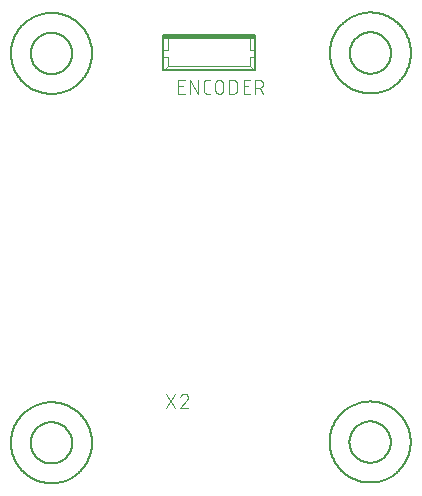
<source format=gbr>
G04 EAGLE Gerber X2 export*
%TF.Part,Single*%
%TF.FileFunction,Legend,Top,1*%
%TF.FilePolarity,Positive*%
%TF.GenerationSoftware,Autodesk,EAGLE,8.7.0*%
%TF.CreationDate,2018-04-17T07:11:35Z*%
G75*
%MOMM*%
%FSLAX34Y34*%
%LPD*%
%AMOC8*
5,1,8,0,0,1.08239X$1,22.5*%
G01*
%ADD10C,0.203200*%
%ADD11C,0.050800*%
%ADD12R,7.750000X0.375000*%
%ADD13C,0.101600*%
%ADD14C,0.152400*%


D10*
X432286Y415220D02*
X354286Y415220D01*
X354286Y385220D01*
X432286Y385220D01*
X432286Y415220D01*
D11*
X432036Y402720D02*
X428286Y402720D01*
X428286Y412720D01*
X358286Y402720D02*
X354536Y402720D01*
X358286Y402720D02*
X358286Y412720D01*
X428286Y396470D02*
X432036Y396470D01*
X358286Y396470D02*
X354536Y396470D01*
X428286Y396470D02*
X428286Y388970D01*
X358286Y388970D01*
X358286Y396470D01*
X358286Y388970D02*
X355786Y386470D01*
X428286Y388970D02*
X430786Y386470D01*
D12*
X393286Y413345D03*
D13*
X372668Y365448D02*
X367475Y365448D01*
X367475Y377132D01*
X372668Y377132D01*
X371370Y371939D02*
X367475Y371939D01*
X377358Y377132D02*
X377358Y365448D01*
X383849Y365448D02*
X377358Y377132D01*
X383849Y377132D02*
X383849Y365448D01*
X391733Y365448D02*
X394329Y365448D01*
X391733Y365448D02*
X391634Y365450D01*
X391534Y365456D01*
X391435Y365465D01*
X391337Y365478D01*
X391239Y365495D01*
X391141Y365516D01*
X391045Y365541D01*
X390950Y365569D01*
X390856Y365601D01*
X390763Y365636D01*
X390671Y365675D01*
X390581Y365718D01*
X390493Y365763D01*
X390406Y365813D01*
X390322Y365865D01*
X390239Y365921D01*
X390159Y365979D01*
X390081Y366041D01*
X390006Y366106D01*
X389933Y366174D01*
X389863Y366244D01*
X389795Y366317D01*
X389730Y366392D01*
X389668Y366470D01*
X389610Y366550D01*
X389554Y366633D01*
X389502Y366717D01*
X389452Y366804D01*
X389407Y366892D01*
X389364Y366982D01*
X389325Y367074D01*
X389290Y367167D01*
X389258Y367261D01*
X389230Y367356D01*
X389205Y367452D01*
X389184Y367550D01*
X389167Y367648D01*
X389154Y367746D01*
X389145Y367845D01*
X389139Y367945D01*
X389137Y368044D01*
X389136Y368044D02*
X389136Y374536D01*
X389137Y374536D02*
X389139Y374635D01*
X389145Y374735D01*
X389154Y374834D01*
X389167Y374932D01*
X389184Y375030D01*
X389205Y375128D01*
X389230Y375224D01*
X389258Y375319D01*
X389290Y375413D01*
X389325Y375506D01*
X389364Y375598D01*
X389407Y375688D01*
X389452Y375776D01*
X389502Y375863D01*
X389554Y375947D01*
X389610Y376030D01*
X389668Y376110D01*
X389730Y376188D01*
X389795Y376263D01*
X389863Y376336D01*
X389933Y376406D01*
X390006Y376474D01*
X390081Y376539D01*
X390159Y376601D01*
X390239Y376659D01*
X390322Y376715D01*
X390406Y376767D01*
X390493Y376817D01*
X390581Y376862D01*
X390671Y376905D01*
X390763Y376944D01*
X390855Y376979D01*
X390950Y377011D01*
X391045Y377039D01*
X391141Y377064D01*
X391239Y377085D01*
X391337Y377102D01*
X391435Y377115D01*
X391534Y377124D01*
X391634Y377130D01*
X391733Y377132D01*
X394329Y377132D01*
X398694Y373886D02*
X398694Y368694D01*
X398694Y373886D02*
X398696Y373999D01*
X398702Y374112D01*
X398712Y374225D01*
X398726Y374338D01*
X398743Y374450D01*
X398765Y374561D01*
X398790Y374671D01*
X398820Y374781D01*
X398853Y374889D01*
X398890Y374996D01*
X398930Y375102D01*
X398975Y375206D01*
X399023Y375309D01*
X399074Y375410D01*
X399129Y375509D01*
X399187Y375606D01*
X399249Y375701D01*
X399314Y375794D01*
X399382Y375884D01*
X399453Y375972D01*
X399528Y376058D01*
X399605Y376141D01*
X399685Y376221D01*
X399768Y376298D01*
X399854Y376373D01*
X399942Y376444D01*
X400032Y376512D01*
X400125Y376577D01*
X400220Y376639D01*
X400317Y376697D01*
X400416Y376752D01*
X400517Y376803D01*
X400620Y376851D01*
X400724Y376896D01*
X400830Y376936D01*
X400937Y376973D01*
X401045Y377006D01*
X401155Y377036D01*
X401265Y377061D01*
X401376Y377083D01*
X401488Y377100D01*
X401601Y377114D01*
X401714Y377124D01*
X401827Y377130D01*
X401940Y377132D01*
X402053Y377130D01*
X402166Y377124D01*
X402279Y377114D01*
X402392Y377100D01*
X402504Y377083D01*
X402615Y377061D01*
X402725Y377036D01*
X402835Y377006D01*
X402943Y376973D01*
X403050Y376936D01*
X403156Y376896D01*
X403260Y376851D01*
X403363Y376803D01*
X403464Y376752D01*
X403563Y376697D01*
X403660Y376639D01*
X403755Y376577D01*
X403848Y376512D01*
X403938Y376444D01*
X404026Y376373D01*
X404112Y376298D01*
X404195Y376221D01*
X404275Y376141D01*
X404352Y376058D01*
X404427Y375972D01*
X404498Y375884D01*
X404566Y375794D01*
X404631Y375701D01*
X404693Y375606D01*
X404751Y375509D01*
X404806Y375410D01*
X404857Y375309D01*
X404905Y375206D01*
X404950Y375102D01*
X404990Y374996D01*
X405027Y374889D01*
X405060Y374781D01*
X405090Y374671D01*
X405115Y374561D01*
X405137Y374450D01*
X405154Y374338D01*
X405168Y374225D01*
X405178Y374112D01*
X405184Y373999D01*
X405186Y373886D01*
X405185Y373886D02*
X405185Y368694D01*
X405186Y368694D02*
X405184Y368581D01*
X405178Y368468D01*
X405168Y368355D01*
X405154Y368242D01*
X405137Y368130D01*
X405115Y368019D01*
X405090Y367909D01*
X405060Y367799D01*
X405027Y367691D01*
X404990Y367584D01*
X404950Y367478D01*
X404905Y367374D01*
X404857Y367271D01*
X404806Y367170D01*
X404751Y367071D01*
X404693Y366974D01*
X404631Y366879D01*
X404566Y366786D01*
X404498Y366696D01*
X404427Y366608D01*
X404352Y366522D01*
X404275Y366439D01*
X404195Y366359D01*
X404112Y366282D01*
X404026Y366207D01*
X403938Y366136D01*
X403848Y366068D01*
X403755Y366003D01*
X403660Y365941D01*
X403563Y365883D01*
X403464Y365828D01*
X403363Y365777D01*
X403260Y365729D01*
X403156Y365684D01*
X403050Y365644D01*
X402943Y365607D01*
X402835Y365574D01*
X402725Y365544D01*
X402615Y365519D01*
X402504Y365497D01*
X402392Y365480D01*
X402279Y365466D01*
X402166Y365456D01*
X402053Y365450D01*
X401940Y365448D01*
X401827Y365450D01*
X401714Y365456D01*
X401601Y365466D01*
X401488Y365480D01*
X401376Y365497D01*
X401265Y365519D01*
X401155Y365544D01*
X401045Y365574D01*
X400937Y365607D01*
X400830Y365644D01*
X400724Y365684D01*
X400620Y365729D01*
X400517Y365777D01*
X400416Y365828D01*
X400317Y365883D01*
X400220Y365941D01*
X400125Y366003D01*
X400032Y366068D01*
X399942Y366136D01*
X399854Y366207D01*
X399768Y366282D01*
X399685Y366359D01*
X399605Y366439D01*
X399528Y366522D01*
X399453Y366608D01*
X399382Y366696D01*
X399314Y366786D01*
X399249Y366879D01*
X399187Y366974D01*
X399129Y367071D01*
X399074Y367170D01*
X399023Y367271D01*
X398975Y367374D01*
X398930Y367478D01*
X398890Y367584D01*
X398853Y367691D01*
X398820Y367799D01*
X398790Y367909D01*
X398765Y368019D01*
X398743Y368130D01*
X398726Y368242D01*
X398712Y368355D01*
X398702Y368468D01*
X398696Y368581D01*
X398694Y368694D01*
X410505Y365448D02*
X410505Y377132D01*
X413751Y377132D01*
X413864Y377130D01*
X413977Y377124D01*
X414090Y377114D01*
X414203Y377100D01*
X414315Y377083D01*
X414426Y377061D01*
X414536Y377036D01*
X414646Y377006D01*
X414754Y376973D01*
X414861Y376936D01*
X414967Y376896D01*
X415071Y376851D01*
X415174Y376803D01*
X415275Y376752D01*
X415374Y376697D01*
X415471Y376639D01*
X415566Y376577D01*
X415659Y376512D01*
X415749Y376444D01*
X415837Y376373D01*
X415923Y376298D01*
X416006Y376221D01*
X416086Y376141D01*
X416163Y376058D01*
X416238Y375972D01*
X416309Y375884D01*
X416377Y375794D01*
X416442Y375701D01*
X416504Y375606D01*
X416562Y375509D01*
X416617Y375410D01*
X416668Y375309D01*
X416716Y375206D01*
X416761Y375102D01*
X416801Y374996D01*
X416838Y374889D01*
X416871Y374781D01*
X416901Y374671D01*
X416926Y374561D01*
X416948Y374450D01*
X416965Y374338D01*
X416979Y374225D01*
X416989Y374112D01*
X416995Y373999D01*
X416997Y373886D01*
X416996Y373886D02*
X416996Y368694D01*
X416997Y368694D02*
X416995Y368581D01*
X416989Y368468D01*
X416979Y368355D01*
X416965Y368242D01*
X416948Y368130D01*
X416926Y368019D01*
X416901Y367909D01*
X416871Y367799D01*
X416838Y367691D01*
X416801Y367584D01*
X416761Y367478D01*
X416716Y367374D01*
X416668Y367271D01*
X416617Y367170D01*
X416562Y367071D01*
X416504Y366974D01*
X416442Y366879D01*
X416377Y366786D01*
X416309Y366696D01*
X416238Y366608D01*
X416163Y366522D01*
X416086Y366439D01*
X416006Y366359D01*
X415923Y366282D01*
X415837Y366207D01*
X415749Y366136D01*
X415659Y366068D01*
X415566Y366003D01*
X415471Y365941D01*
X415374Y365883D01*
X415275Y365828D01*
X415174Y365777D01*
X415071Y365729D01*
X414967Y365684D01*
X414861Y365644D01*
X414754Y365607D01*
X414646Y365574D01*
X414536Y365544D01*
X414426Y365519D01*
X414315Y365497D01*
X414203Y365480D01*
X414090Y365466D01*
X413977Y365456D01*
X413864Y365450D01*
X413751Y365448D01*
X410505Y365448D01*
X422720Y365448D02*
X427913Y365448D01*
X422720Y365448D02*
X422720Y377132D01*
X427913Y377132D01*
X426615Y371939D02*
X422720Y371939D01*
X432677Y377132D02*
X432677Y365448D01*
X432677Y377132D02*
X435922Y377132D01*
X436035Y377130D01*
X436148Y377124D01*
X436261Y377114D01*
X436374Y377100D01*
X436486Y377083D01*
X436597Y377061D01*
X436707Y377036D01*
X436817Y377006D01*
X436925Y376973D01*
X437032Y376936D01*
X437138Y376896D01*
X437242Y376851D01*
X437345Y376803D01*
X437446Y376752D01*
X437545Y376697D01*
X437642Y376639D01*
X437737Y376577D01*
X437830Y376512D01*
X437920Y376444D01*
X438008Y376373D01*
X438094Y376298D01*
X438177Y376221D01*
X438257Y376141D01*
X438334Y376058D01*
X438409Y375972D01*
X438480Y375884D01*
X438548Y375794D01*
X438613Y375701D01*
X438675Y375606D01*
X438733Y375509D01*
X438788Y375410D01*
X438839Y375309D01*
X438887Y375206D01*
X438932Y375102D01*
X438972Y374996D01*
X439009Y374889D01*
X439042Y374781D01*
X439072Y374671D01*
X439097Y374561D01*
X439119Y374450D01*
X439136Y374338D01*
X439150Y374225D01*
X439160Y374112D01*
X439166Y373999D01*
X439168Y373886D01*
X439166Y373773D01*
X439160Y373660D01*
X439150Y373547D01*
X439136Y373434D01*
X439119Y373322D01*
X439097Y373211D01*
X439072Y373101D01*
X439042Y372991D01*
X439009Y372883D01*
X438972Y372776D01*
X438932Y372670D01*
X438887Y372566D01*
X438839Y372463D01*
X438788Y372362D01*
X438733Y372263D01*
X438675Y372166D01*
X438613Y372071D01*
X438548Y371978D01*
X438480Y371888D01*
X438409Y371800D01*
X438334Y371714D01*
X438257Y371631D01*
X438177Y371551D01*
X438094Y371474D01*
X438008Y371399D01*
X437920Y371328D01*
X437830Y371260D01*
X437737Y371195D01*
X437642Y371133D01*
X437545Y371075D01*
X437446Y371020D01*
X437345Y370969D01*
X437242Y370921D01*
X437138Y370876D01*
X437032Y370836D01*
X436925Y370799D01*
X436817Y370766D01*
X436707Y370736D01*
X436597Y370711D01*
X436486Y370689D01*
X436374Y370672D01*
X436261Y370658D01*
X436148Y370648D01*
X436035Y370642D01*
X435922Y370640D01*
X435922Y370641D02*
X432677Y370641D01*
X436572Y370641D02*
X439168Y365448D01*
X364801Y111422D02*
X357012Y99738D01*
X364801Y99738D02*
X357012Y111422D01*
X372661Y111422D02*
X372768Y111420D01*
X372874Y111414D01*
X372980Y111404D01*
X373086Y111391D01*
X373192Y111373D01*
X373296Y111352D01*
X373400Y111327D01*
X373503Y111298D01*
X373604Y111266D01*
X373704Y111229D01*
X373803Y111189D01*
X373901Y111146D01*
X373997Y111099D01*
X374091Y111048D01*
X374183Y110994D01*
X374273Y110937D01*
X374361Y110877D01*
X374446Y110813D01*
X374529Y110746D01*
X374610Y110676D01*
X374688Y110604D01*
X374764Y110528D01*
X374836Y110450D01*
X374906Y110369D01*
X374973Y110286D01*
X375037Y110201D01*
X375097Y110113D01*
X375154Y110023D01*
X375208Y109931D01*
X375259Y109837D01*
X375306Y109741D01*
X375349Y109643D01*
X375389Y109544D01*
X375426Y109444D01*
X375458Y109343D01*
X375487Y109240D01*
X375512Y109136D01*
X375533Y109032D01*
X375551Y108926D01*
X375564Y108820D01*
X375574Y108714D01*
X375580Y108608D01*
X375582Y108501D01*
X372661Y111422D02*
X372540Y111420D01*
X372419Y111414D01*
X372299Y111404D01*
X372178Y111391D01*
X372059Y111373D01*
X371939Y111352D01*
X371821Y111327D01*
X371704Y111298D01*
X371587Y111265D01*
X371472Y111229D01*
X371358Y111188D01*
X371245Y111145D01*
X371133Y111097D01*
X371024Y111046D01*
X370916Y110991D01*
X370809Y110933D01*
X370705Y110872D01*
X370603Y110807D01*
X370503Y110739D01*
X370405Y110668D01*
X370309Y110594D01*
X370216Y110517D01*
X370126Y110436D01*
X370038Y110353D01*
X369953Y110267D01*
X369870Y110178D01*
X369791Y110087D01*
X369714Y109993D01*
X369641Y109897D01*
X369571Y109799D01*
X369504Y109698D01*
X369440Y109595D01*
X369380Y109490D01*
X369323Y109383D01*
X369269Y109275D01*
X369219Y109165D01*
X369173Y109053D01*
X369130Y108940D01*
X369091Y108825D01*
X374609Y106229D02*
X374688Y106306D01*
X374764Y106387D01*
X374837Y106470D01*
X374907Y106555D01*
X374974Y106643D01*
X375038Y106733D01*
X375098Y106825D01*
X375155Y106920D01*
X375209Y107016D01*
X375260Y107114D01*
X375307Y107214D01*
X375351Y107316D01*
X375391Y107419D01*
X375427Y107523D01*
X375459Y107629D01*
X375488Y107735D01*
X375513Y107843D01*
X375535Y107951D01*
X375552Y108061D01*
X375566Y108170D01*
X375575Y108280D01*
X375581Y108391D01*
X375583Y108501D01*
X374608Y106229D02*
X369091Y99738D01*
X375582Y99738D01*
D14*
X495776Y400060D02*
X495786Y400902D01*
X495817Y401743D01*
X495869Y402583D01*
X495941Y403421D01*
X496034Y404257D01*
X496147Y405091D01*
X496281Y405922D01*
X496435Y406750D01*
X496609Y407573D01*
X496804Y408392D01*
X497018Y409206D01*
X497253Y410014D01*
X497507Y410816D01*
X497780Y411612D01*
X498074Y412401D01*
X498386Y413182D01*
X498718Y413956D01*
X499068Y414721D01*
X499437Y415477D01*
X499825Y416224D01*
X500231Y416961D01*
X500654Y417689D01*
X501096Y418405D01*
X501555Y419111D01*
X502031Y419804D01*
X502524Y420487D01*
X503034Y421156D01*
X503559Y421813D01*
X504101Y422457D01*
X504659Y423088D01*
X505232Y423704D01*
X505819Y424307D01*
X506422Y424894D01*
X507038Y425467D01*
X507669Y426025D01*
X508313Y426567D01*
X508970Y427092D01*
X509639Y427602D01*
X510322Y428095D01*
X511015Y428571D01*
X511721Y429030D01*
X512437Y429472D01*
X513165Y429895D01*
X513902Y430301D01*
X514649Y430689D01*
X515405Y431058D01*
X516170Y431408D01*
X516944Y431740D01*
X517725Y432052D01*
X518514Y432346D01*
X519310Y432619D01*
X520112Y432873D01*
X520920Y433108D01*
X521734Y433322D01*
X522553Y433517D01*
X523376Y433691D01*
X524204Y433845D01*
X525035Y433979D01*
X525869Y434092D01*
X526705Y434185D01*
X527543Y434257D01*
X528383Y434309D01*
X529224Y434340D01*
X530066Y434350D01*
X530908Y434340D01*
X531749Y434309D01*
X532589Y434257D01*
X533427Y434185D01*
X534263Y434092D01*
X535097Y433979D01*
X535928Y433845D01*
X536756Y433691D01*
X537579Y433517D01*
X538398Y433322D01*
X539212Y433108D01*
X540020Y432873D01*
X540822Y432619D01*
X541618Y432346D01*
X542407Y432052D01*
X543188Y431740D01*
X543962Y431408D01*
X544727Y431058D01*
X545483Y430689D01*
X546230Y430301D01*
X546967Y429895D01*
X547695Y429472D01*
X548411Y429030D01*
X549117Y428571D01*
X549810Y428095D01*
X550493Y427602D01*
X551162Y427092D01*
X551819Y426567D01*
X552463Y426025D01*
X553094Y425467D01*
X553710Y424894D01*
X554313Y424307D01*
X554900Y423704D01*
X555473Y423088D01*
X556031Y422457D01*
X556573Y421813D01*
X557098Y421156D01*
X557608Y420487D01*
X558101Y419804D01*
X558577Y419111D01*
X559036Y418405D01*
X559478Y417689D01*
X559901Y416961D01*
X560307Y416224D01*
X560695Y415477D01*
X561064Y414721D01*
X561414Y413956D01*
X561746Y413182D01*
X562058Y412401D01*
X562352Y411612D01*
X562625Y410816D01*
X562879Y410014D01*
X563114Y409206D01*
X563328Y408392D01*
X563523Y407573D01*
X563697Y406750D01*
X563851Y405922D01*
X563985Y405091D01*
X564098Y404257D01*
X564191Y403421D01*
X564263Y402583D01*
X564315Y401743D01*
X564346Y400902D01*
X564356Y400060D01*
X564346Y399218D01*
X564315Y398377D01*
X564263Y397537D01*
X564191Y396699D01*
X564098Y395863D01*
X563985Y395029D01*
X563851Y394198D01*
X563697Y393370D01*
X563523Y392547D01*
X563328Y391728D01*
X563114Y390914D01*
X562879Y390106D01*
X562625Y389304D01*
X562352Y388508D01*
X562058Y387719D01*
X561746Y386938D01*
X561414Y386164D01*
X561064Y385399D01*
X560695Y384643D01*
X560307Y383896D01*
X559901Y383159D01*
X559478Y382431D01*
X559036Y381715D01*
X558577Y381009D01*
X558101Y380316D01*
X557608Y379633D01*
X557098Y378964D01*
X556573Y378307D01*
X556031Y377663D01*
X555473Y377032D01*
X554900Y376416D01*
X554313Y375813D01*
X553710Y375226D01*
X553094Y374653D01*
X552463Y374095D01*
X551819Y373553D01*
X551162Y373028D01*
X550493Y372518D01*
X549810Y372025D01*
X549117Y371549D01*
X548411Y371090D01*
X547695Y370648D01*
X546967Y370225D01*
X546230Y369819D01*
X545483Y369431D01*
X544727Y369062D01*
X543962Y368712D01*
X543188Y368380D01*
X542407Y368068D01*
X541618Y367774D01*
X540822Y367501D01*
X540020Y367247D01*
X539212Y367012D01*
X538398Y366798D01*
X537579Y366603D01*
X536756Y366429D01*
X535928Y366275D01*
X535097Y366141D01*
X534263Y366028D01*
X533427Y365935D01*
X532589Y365863D01*
X531749Y365811D01*
X530908Y365780D01*
X530066Y365770D01*
X529224Y365780D01*
X528383Y365811D01*
X527543Y365863D01*
X526705Y365935D01*
X525869Y366028D01*
X525035Y366141D01*
X524204Y366275D01*
X523376Y366429D01*
X522553Y366603D01*
X521734Y366798D01*
X520920Y367012D01*
X520112Y367247D01*
X519310Y367501D01*
X518514Y367774D01*
X517725Y368068D01*
X516944Y368380D01*
X516170Y368712D01*
X515405Y369062D01*
X514649Y369431D01*
X513902Y369819D01*
X513165Y370225D01*
X512437Y370648D01*
X511721Y371090D01*
X511015Y371549D01*
X510322Y372025D01*
X509639Y372518D01*
X508970Y373028D01*
X508313Y373553D01*
X507669Y374095D01*
X507038Y374653D01*
X506422Y375226D01*
X505819Y375813D01*
X505232Y376416D01*
X504659Y377032D01*
X504101Y377663D01*
X503559Y378307D01*
X503034Y378964D01*
X502524Y379633D01*
X502031Y380316D01*
X501555Y381009D01*
X501096Y381715D01*
X500654Y382431D01*
X500231Y383159D01*
X499825Y383896D01*
X499437Y384643D01*
X499068Y385399D01*
X498718Y386164D01*
X498386Y386938D01*
X498074Y387719D01*
X497780Y388508D01*
X497507Y389304D01*
X497253Y390106D01*
X497018Y390914D01*
X496804Y391728D01*
X496609Y392547D01*
X496435Y393370D01*
X496281Y394198D01*
X496147Y395029D01*
X496034Y395863D01*
X495941Y396699D01*
X495869Y397537D01*
X495817Y398377D01*
X495786Y399218D01*
X495776Y400060D01*
D10*
X512566Y400060D02*
X512571Y400489D01*
X512587Y400919D01*
X512613Y401347D01*
X512650Y401775D01*
X512698Y402202D01*
X512755Y402628D01*
X512824Y403052D01*
X512902Y403474D01*
X512991Y403894D01*
X513090Y404312D01*
X513200Y404727D01*
X513320Y405140D01*
X513449Y405549D01*
X513589Y405956D01*
X513739Y406358D01*
X513898Y406757D01*
X514067Y407152D01*
X514246Y407542D01*
X514435Y407928D01*
X514632Y408309D01*
X514839Y408686D01*
X515056Y409057D01*
X515281Y409422D01*
X515515Y409782D01*
X515758Y410137D01*
X516010Y410485D01*
X516270Y410827D01*
X516538Y411162D01*
X516815Y411491D01*
X517099Y411812D01*
X517392Y412127D01*
X517692Y412434D01*
X517999Y412734D01*
X518314Y413027D01*
X518635Y413311D01*
X518964Y413588D01*
X519299Y413856D01*
X519641Y414116D01*
X519989Y414368D01*
X520344Y414611D01*
X520704Y414845D01*
X521069Y415070D01*
X521440Y415287D01*
X521817Y415494D01*
X522198Y415691D01*
X522584Y415880D01*
X522974Y416059D01*
X523369Y416228D01*
X523768Y416387D01*
X524170Y416537D01*
X524577Y416677D01*
X524986Y416806D01*
X525399Y416926D01*
X525814Y417036D01*
X526232Y417135D01*
X526652Y417224D01*
X527074Y417302D01*
X527498Y417371D01*
X527924Y417428D01*
X528351Y417476D01*
X528779Y417513D01*
X529207Y417539D01*
X529637Y417555D01*
X530066Y417560D01*
X530495Y417555D01*
X530925Y417539D01*
X531353Y417513D01*
X531781Y417476D01*
X532208Y417428D01*
X532634Y417371D01*
X533058Y417302D01*
X533480Y417224D01*
X533900Y417135D01*
X534318Y417036D01*
X534733Y416926D01*
X535146Y416806D01*
X535555Y416677D01*
X535962Y416537D01*
X536364Y416387D01*
X536763Y416228D01*
X537158Y416059D01*
X537548Y415880D01*
X537934Y415691D01*
X538315Y415494D01*
X538692Y415287D01*
X539063Y415070D01*
X539428Y414845D01*
X539788Y414611D01*
X540143Y414368D01*
X540491Y414116D01*
X540833Y413856D01*
X541168Y413588D01*
X541497Y413311D01*
X541818Y413027D01*
X542133Y412734D01*
X542440Y412434D01*
X542740Y412127D01*
X543033Y411812D01*
X543317Y411491D01*
X543594Y411162D01*
X543862Y410827D01*
X544122Y410485D01*
X544374Y410137D01*
X544617Y409782D01*
X544851Y409422D01*
X545076Y409057D01*
X545293Y408686D01*
X545500Y408309D01*
X545697Y407928D01*
X545886Y407542D01*
X546065Y407152D01*
X546234Y406757D01*
X546393Y406358D01*
X546543Y405956D01*
X546683Y405549D01*
X546812Y405140D01*
X546932Y404727D01*
X547042Y404312D01*
X547141Y403894D01*
X547230Y403474D01*
X547308Y403052D01*
X547377Y402628D01*
X547434Y402202D01*
X547482Y401775D01*
X547519Y401347D01*
X547545Y400919D01*
X547561Y400489D01*
X547566Y400060D01*
X547561Y399631D01*
X547545Y399201D01*
X547519Y398773D01*
X547482Y398345D01*
X547434Y397918D01*
X547377Y397492D01*
X547308Y397068D01*
X547230Y396646D01*
X547141Y396226D01*
X547042Y395808D01*
X546932Y395393D01*
X546812Y394980D01*
X546683Y394571D01*
X546543Y394164D01*
X546393Y393762D01*
X546234Y393363D01*
X546065Y392968D01*
X545886Y392578D01*
X545697Y392192D01*
X545500Y391811D01*
X545293Y391434D01*
X545076Y391063D01*
X544851Y390698D01*
X544617Y390338D01*
X544374Y389983D01*
X544122Y389635D01*
X543862Y389293D01*
X543594Y388958D01*
X543317Y388629D01*
X543033Y388308D01*
X542740Y387993D01*
X542440Y387686D01*
X542133Y387386D01*
X541818Y387093D01*
X541497Y386809D01*
X541168Y386532D01*
X540833Y386264D01*
X540491Y386004D01*
X540143Y385752D01*
X539788Y385509D01*
X539428Y385275D01*
X539063Y385050D01*
X538692Y384833D01*
X538315Y384626D01*
X537934Y384429D01*
X537548Y384240D01*
X537158Y384061D01*
X536763Y383892D01*
X536364Y383733D01*
X535962Y383583D01*
X535555Y383443D01*
X535146Y383314D01*
X534733Y383194D01*
X534318Y383084D01*
X533900Y382985D01*
X533480Y382896D01*
X533058Y382818D01*
X532634Y382749D01*
X532208Y382692D01*
X531781Y382644D01*
X531353Y382607D01*
X530925Y382581D01*
X530495Y382565D01*
X530066Y382560D01*
X529637Y382565D01*
X529207Y382581D01*
X528779Y382607D01*
X528351Y382644D01*
X527924Y382692D01*
X527498Y382749D01*
X527074Y382818D01*
X526652Y382896D01*
X526232Y382985D01*
X525814Y383084D01*
X525399Y383194D01*
X524986Y383314D01*
X524577Y383443D01*
X524170Y383583D01*
X523768Y383733D01*
X523369Y383892D01*
X522974Y384061D01*
X522584Y384240D01*
X522198Y384429D01*
X521817Y384626D01*
X521440Y384833D01*
X521069Y385050D01*
X520704Y385275D01*
X520344Y385509D01*
X519989Y385752D01*
X519641Y386004D01*
X519299Y386264D01*
X518964Y386532D01*
X518635Y386809D01*
X518314Y387093D01*
X517999Y387386D01*
X517692Y387686D01*
X517392Y387993D01*
X517099Y388308D01*
X516815Y388629D01*
X516538Y388958D01*
X516270Y389293D01*
X516010Y389635D01*
X515758Y389983D01*
X515515Y390338D01*
X515281Y390698D01*
X515056Y391063D01*
X514839Y391434D01*
X514632Y391811D01*
X514435Y392192D01*
X514246Y392578D01*
X514067Y392968D01*
X513898Y393363D01*
X513739Y393762D01*
X513589Y394164D01*
X513449Y394571D01*
X513320Y394980D01*
X513200Y395393D01*
X513090Y395808D01*
X512991Y396226D01*
X512902Y396646D01*
X512824Y397068D01*
X512755Y397492D01*
X512698Y397918D01*
X512650Y398345D01*
X512613Y398773D01*
X512587Y399201D01*
X512571Y399631D01*
X512566Y400060D01*
D14*
X225716Y399712D02*
X225726Y400554D01*
X225757Y401395D01*
X225809Y402235D01*
X225881Y403073D01*
X225974Y403909D01*
X226087Y404743D01*
X226221Y405574D01*
X226375Y406402D01*
X226549Y407225D01*
X226744Y408044D01*
X226958Y408858D01*
X227193Y409666D01*
X227447Y410468D01*
X227720Y411264D01*
X228014Y412053D01*
X228326Y412834D01*
X228658Y413608D01*
X229008Y414373D01*
X229377Y415129D01*
X229765Y415876D01*
X230171Y416613D01*
X230594Y417341D01*
X231036Y418057D01*
X231495Y418763D01*
X231971Y419456D01*
X232464Y420139D01*
X232974Y420808D01*
X233499Y421465D01*
X234041Y422109D01*
X234599Y422740D01*
X235172Y423356D01*
X235759Y423959D01*
X236362Y424546D01*
X236978Y425119D01*
X237609Y425677D01*
X238253Y426219D01*
X238910Y426744D01*
X239579Y427254D01*
X240262Y427747D01*
X240955Y428223D01*
X241661Y428682D01*
X242377Y429124D01*
X243105Y429547D01*
X243842Y429953D01*
X244589Y430341D01*
X245345Y430710D01*
X246110Y431060D01*
X246884Y431392D01*
X247665Y431704D01*
X248454Y431998D01*
X249250Y432271D01*
X250052Y432525D01*
X250860Y432760D01*
X251674Y432974D01*
X252493Y433169D01*
X253316Y433343D01*
X254144Y433497D01*
X254975Y433631D01*
X255809Y433744D01*
X256645Y433837D01*
X257483Y433909D01*
X258323Y433961D01*
X259164Y433992D01*
X260006Y434002D01*
X260848Y433992D01*
X261689Y433961D01*
X262529Y433909D01*
X263367Y433837D01*
X264203Y433744D01*
X265037Y433631D01*
X265868Y433497D01*
X266696Y433343D01*
X267519Y433169D01*
X268338Y432974D01*
X269152Y432760D01*
X269960Y432525D01*
X270762Y432271D01*
X271558Y431998D01*
X272347Y431704D01*
X273128Y431392D01*
X273902Y431060D01*
X274667Y430710D01*
X275423Y430341D01*
X276170Y429953D01*
X276907Y429547D01*
X277635Y429124D01*
X278351Y428682D01*
X279057Y428223D01*
X279750Y427747D01*
X280433Y427254D01*
X281102Y426744D01*
X281759Y426219D01*
X282403Y425677D01*
X283034Y425119D01*
X283650Y424546D01*
X284253Y423959D01*
X284840Y423356D01*
X285413Y422740D01*
X285971Y422109D01*
X286513Y421465D01*
X287038Y420808D01*
X287548Y420139D01*
X288041Y419456D01*
X288517Y418763D01*
X288976Y418057D01*
X289418Y417341D01*
X289841Y416613D01*
X290247Y415876D01*
X290635Y415129D01*
X291004Y414373D01*
X291354Y413608D01*
X291686Y412834D01*
X291998Y412053D01*
X292292Y411264D01*
X292565Y410468D01*
X292819Y409666D01*
X293054Y408858D01*
X293268Y408044D01*
X293463Y407225D01*
X293637Y406402D01*
X293791Y405574D01*
X293925Y404743D01*
X294038Y403909D01*
X294131Y403073D01*
X294203Y402235D01*
X294255Y401395D01*
X294286Y400554D01*
X294296Y399712D01*
X294286Y398870D01*
X294255Y398029D01*
X294203Y397189D01*
X294131Y396351D01*
X294038Y395515D01*
X293925Y394681D01*
X293791Y393850D01*
X293637Y393022D01*
X293463Y392199D01*
X293268Y391380D01*
X293054Y390566D01*
X292819Y389758D01*
X292565Y388956D01*
X292292Y388160D01*
X291998Y387371D01*
X291686Y386590D01*
X291354Y385816D01*
X291004Y385051D01*
X290635Y384295D01*
X290247Y383548D01*
X289841Y382811D01*
X289418Y382083D01*
X288976Y381367D01*
X288517Y380661D01*
X288041Y379968D01*
X287548Y379285D01*
X287038Y378616D01*
X286513Y377959D01*
X285971Y377315D01*
X285413Y376684D01*
X284840Y376068D01*
X284253Y375465D01*
X283650Y374878D01*
X283034Y374305D01*
X282403Y373747D01*
X281759Y373205D01*
X281102Y372680D01*
X280433Y372170D01*
X279750Y371677D01*
X279057Y371201D01*
X278351Y370742D01*
X277635Y370300D01*
X276907Y369877D01*
X276170Y369471D01*
X275423Y369083D01*
X274667Y368714D01*
X273902Y368364D01*
X273128Y368032D01*
X272347Y367720D01*
X271558Y367426D01*
X270762Y367153D01*
X269960Y366899D01*
X269152Y366664D01*
X268338Y366450D01*
X267519Y366255D01*
X266696Y366081D01*
X265868Y365927D01*
X265037Y365793D01*
X264203Y365680D01*
X263367Y365587D01*
X262529Y365515D01*
X261689Y365463D01*
X260848Y365432D01*
X260006Y365422D01*
X259164Y365432D01*
X258323Y365463D01*
X257483Y365515D01*
X256645Y365587D01*
X255809Y365680D01*
X254975Y365793D01*
X254144Y365927D01*
X253316Y366081D01*
X252493Y366255D01*
X251674Y366450D01*
X250860Y366664D01*
X250052Y366899D01*
X249250Y367153D01*
X248454Y367426D01*
X247665Y367720D01*
X246884Y368032D01*
X246110Y368364D01*
X245345Y368714D01*
X244589Y369083D01*
X243842Y369471D01*
X243105Y369877D01*
X242377Y370300D01*
X241661Y370742D01*
X240955Y371201D01*
X240262Y371677D01*
X239579Y372170D01*
X238910Y372680D01*
X238253Y373205D01*
X237609Y373747D01*
X236978Y374305D01*
X236362Y374878D01*
X235759Y375465D01*
X235172Y376068D01*
X234599Y376684D01*
X234041Y377315D01*
X233499Y377959D01*
X232974Y378616D01*
X232464Y379285D01*
X231971Y379968D01*
X231495Y380661D01*
X231036Y381367D01*
X230594Y382083D01*
X230171Y382811D01*
X229765Y383548D01*
X229377Y384295D01*
X229008Y385051D01*
X228658Y385816D01*
X228326Y386590D01*
X228014Y387371D01*
X227720Y388160D01*
X227447Y388956D01*
X227193Y389758D01*
X226958Y390566D01*
X226744Y391380D01*
X226549Y392199D01*
X226375Y393022D01*
X226221Y393850D01*
X226087Y394681D01*
X225974Y395515D01*
X225881Y396351D01*
X225809Y397189D01*
X225757Y398029D01*
X225726Y398870D01*
X225716Y399712D01*
D10*
X242506Y399712D02*
X242511Y400141D01*
X242527Y400571D01*
X242553Y400999D01*
X242590Y401427D01*
X242638Y401854D01*
X242695Y402280D01*
X242764Y402704D01*
X242842Y403126D01*
X242931Y403546D01*
X243030Y403964D01*
X243140Y404379D01*
X243260Y404792D01*
X243389Y405201D01*
X243529Y405608D01*
X243679Y406010D01*
X243838Y406409D01*
X244007Y406804D01*
X244186Y407194D01*
X244375Y407580D01*
X244572Y407961D01*
X244779Y408338D01*
X244996Y408709D01*
X245221Y409074D01*
X245455Y409434D01*
X245698Y409789D01*
X245950Y410137D01*
X246210Y410479D01*
X246478Y410814D01*
X246755Y411143D01*
X247039Y411464D01*
X247332Y411779D01*
X247632Y412086D01*
X247939Y412386D01*
X248254Y412679D01*
X248575Y412963D01*
X248904Y413240D01*
X249239Y413508D01*
X249581Y413768D01*
X249929Y414020D01*
X250284Y414263D01*
X250644Y414497D01*
X251009Y414722D01*
X251380Y414939D01*
X251757Y415146D01*
X252138Y415343D01*
X252524Y415532D01*
X252914Y415711D01*
X253309Y415880D01*
X253708Y416039D01*
X254110Y416189D01*
X254517Y416329D01*
X254926Y416458D01*
X255339Y416578D01*
X255754Y416688D01*
X256172Y416787D01*
X256592Y416876D01*
X257014Y416954D01*
X257438Y417023D01*
X257864Y417080D01*
X258291Y417128D01*
X258719Y417165D01*
X259147Y417191D01*
X259577Y417207D01*
X260006Y417212D01*
X260435Y417207D01*
X260865Y417191D01*
X261293Y417165D01*
X261721Y417128D01*
X262148Y417080D01*
X262574Y417023D01*
X262998Y416954D01*
X263420Y416876D01*
X263840Y416787D01*
X264258Y416688D01*
X264673Y416578D01*
X265086Y416458D01*
X265495Y416329D01*
X265902Y416189D01*
X266304Y416039D01*
X266703Y415880D01*
X267098Y415711D01*
X267488Y415532D01*
X267874Y415343D01*
X268255Y415146D01*
X268632Y414939D01*
X269003Y414722D01*
X269368Y414497D01*
X269728Y414263D01*
X270083Y414020D01*
X270431Y413768D01*
X270773Y413508D01*
X271108Y413240D01*
X271437Y412963D01*
X271758Y412679D01*
X272073Y412386D01*
X272380Y412086D01*
X272680Y411779D01*
X272973Y411464D01*
X273257Y411143D01*
X273534Y410814D01*
X273802Y410479D01*
X274062Y410137D01*
X274314Y409789D01*
X274557Y409434D01*
X274791Y409074D01*
X275016Y408709D01*
X275233Y408338D01*
X275440Y407961D01*
X275637Y407580D01*
X275826Y407194D01*
X276005Y406804D01*
X276174Y406409D01*
X276333Y406010D01*
X276483Y405608D01*
X276623Y405201D01*
X276752Y404792D01*
X276872Y404379D01*
X276982Y403964D01*
X277081Y403546D01*
X277170Y403126D01*
X277248Y402704D01*
X277317Y402280D01*
X277374Y401854D01*
X277422Y401427D01*
X277459Y400999D01*
X277485Y400571D01*
X277501Y400141D01*
X277506Y399712D01*
X277501Y399283D01*
X277485Y398853D01*
X277459Y398425D01*
X277422Y397997D01*
X277374Y397570D01*
X277317Y397144D01*
X277248Y396720D01*
X277170Y396298D01*
X277081Y395878D01*
X276982Y395460D01*
X276872Y395045D01*
X276752Y394632D01*
X276623Y394223D01*
X276483Y393816D01*
X276333Y393414D01*
X276174Y393015D01*
X276005Y392620D01*
X275826Y392230D01*
X275637Y391844D01*
X275440Y391463D01*
X275233Y391086D01*
X275016Y390715D01*
X274791Y390350D01*
X274557Y389990D01*
X274314Y389635D01*
X274062Y389287D01*
X273802Y388945D01*
X273534Y388610D01*
X273257Y388281D01*
X272973Y387960D01*
X272680Y387645D01*
X272380Y387338D01*
X272073Y387038D01*
X271758Y386745D01*
X271437Y386461D01*
X271108Y386184D01*
X270773Y385916D01*
X270431Y385656D01*
X270083Y385404D01*
X269728Y385161D01*
X269368Y384927D01*
X269003Y384702D01*
X268632Y384485D01*
X268255Y384278D01*
X267874Y384081D01*
X267488Y383892D01*
X267098Y383713D01*
X266703Y383544D01*
X266304Y383385D01*
X265902Y383235D01*
X265495Y383095D01*
X265086Y382966D01*
X264673Y382846D01*
X264258Y382736D01*
X263840Y382637D01*
X263420Y382548D01*
X262998Y382470D01*
X262574Y382401D01*
X262148Y382344D01*
X261721Y382296D01*
X261293Y382259D01*
X260865Y382233D01*
X260435Y382217D01*
X260006Y382212D01*
X259577Y382217D01*
X259147Y382233D01*
X258719Y382259D01*
X258291Y382296D01*
X257864Y382344D01*
X257438Y382401D01*
X257014Y382470D01*
X256592Y382548D01*
X256172Y382637D01*
X255754Y382736D01*
X255339Y382846D01*
X254926Y382966D01*
X254517Y383095D01*
X254110Y383235D01*
X253708Y383385D01*
X253309Y383544D01*
X252914Y383713D01*
X252524Y383892D01*
X252138Y384081D01*
X251757Y384278D01*
X251380Y384485D01*
X251009Y384702D01*
X250644Y384927D01*
X250284Y385161D01*
X249929Y385404D01*
X249581Y385656D01*
X249239Y385916D01*
X248904Y386184D01*
X248575Y386461D01*
X248254Y386745D01*
X247939Y387038D01*
X247632Y387338D01*
X247332Y387645D01*
X247039Y387960D01*
X246755Y388281D01*
X246478Y388610D01*
X246210Y388945D01*
X245950Y389287D01*
X245698Y389635D01*
X245455Y389990D01*
X245221Y390350D01*
X244996Y390715D01*
X244779Y391086D01*
X244572Y391463D01*
X244375Y391844D01*
X244186Y392230D01*
X244007Y392620D01*
X243838Y393015D01*
X243679Y393414D01*
X243529Y393816D01*
X243389Y394223D01*
X243260Y394632D01*
X243140Y395045D01*
X243030Y395460D01*
X242931Y395878D01*
X242842Y396298D01*
X242764Y396720D01*
X242695Y397144D01*
X242638Y397570D01*
X242590Y397997D01*
X242553Y398425D01*
X242527Y398853D01*
X242511Y399283D01*
X242506Y399712D01*
D14*
X495522Y70670D02*
X495532Y71512D01*
X495563Y72353D01*
X495615Y73193D01*
X495687Y74031D01*
X495780Y74867D01*
X495893Y75701D01*
X496027Y76532D01*
X496181Y77360D01*
X496355Y78183D01*
X496550Y79002D01*
X496764Y79816D01*
X496999Y80624D01*
X497253Y81426D01*
X497526Y82222D01*
X497820Y83011D01*
X498132Y83792D01*
X498464Y84566D01*
X498814Y85331D01*
X499183Y86087D01*
X499571Y86834D01*
X499977Y87571D01*
X500400Y88299D01*
X500842Y89015D01*
X501301Y89721D01*
X501777Y90414D01*
X502270Y91097D01*
X502780Y91766D01*
X503305Y92423D01*
X503847Y93067D01*
X504405Y93698D01*
X504978Y94314D01*
X505565Y94917D01*
X506168Y95504D01*
X506784Y96077D01*
X507415Y96635D01*
X508059Y97177D01*
X508716Y97702D01*
X509385Y98212D01*
X510068Y98705D01*
X510761Y99181D01*
X511467Y99640D01*
X512183Y100082D01*
X512911Y100505D01*
X513648Y100911D01*
X514395Y101299D01*
X515151Y101668D01*
X515916Y102018D01*
X516690Y102350D01*
X517471Y102662D01*
X518260Y102956D01*
X519056Y103229D01*
X519858Y103483D01*
X520666Y103718D01*
X521480Y103932D01*
X522299Y104127D01*
X523122Y104301D01*
X523950Y104455D01*
X524781Y104589D01*
X525615Y104702D01*
X526451Y104795D01*
X527289Y104867D01*
X528129Y104919D01*
X528970Y104950D01*
X529812Y104960D01*
X530654Y104950D01*
X531495Y104919D01*
X532335Y104867D01*
X533173Y104795D01*
X534009Y104702D01*
X534843Y104589D01*
X535674Y104455D01*
X536502Y104301D01*
X537325Y104127D01*
X538144Y103932D01*
X538958Y103718D01*
X539766Y103483D01*
X540568Y103229D01*
X541364Y102956D01*
X542153Y102662D01*
X542934Y102350D01*
X543708Y102018D01*
X544473Y101668D01*
X545229Y101299D01*
X545976Y100911D01*
X546713Y100505D01*
X547441Y100082D01*
X548157Y99640D01*
X548863Y99181D01*
X549556Y98705D01*
X550239Y98212D01*
X550908Y97702D01*
X551565Y97177D01*
X552209Y96635D01*
X552840Y96077D01*
X553456Y95504D01*
X554059Y94917D01*
X554646Y94314D01*
X555219Y93698D01*
X555777Y93067D01*
X556319Y92423D01*
X556844Y91766D01*
X557354Y91097D01*
X557847Y90414D01*
X558323Y89721D01*
X558782Y89015D01*
X559224Y88299D01*
X559647Y87571D01*
X560053Y86834D01*
X560441Y86087D01*
X560810Y85331D01*
X561160Y84566D01*
X561492Y83792D01*
X561804Y83011D01*
X562098Y82222D01*
X562371Y81426D01*
X562625Y80624D01*
X562860Y79816D01*
X563074Y79002D01*
X563269Y78183D01*
X563443Y77360D01*
X563597Y76532D01*
X563731Y75701D01*
X563844Y74867D01*
X563937Y74031D01*
X564009Y73193D01*
X564061Y72353D01*
X564092Y71512D01*
X564102Y70670D01*
X564092Y69828D01*
X564061Y68987D01*
X564009Y68147D01*
X563937Y67309D01*
X563844Y66473D01*
X563731Y65639D01*
X563597Y64808D01*
X563443Y63980D01*
X563269Y63157D01*
X563074Y62338D01*
X562860Y61524D01*
X562625Y60716D01*
X562371Y59914D01*
X562098Y59118D01*
X561804Y58329D01*
X561492Y57548D01*
X561160Y56774D01*
X560810Y56009D01*
X560441Y55253D01*
X560053Y54506D01*
X559647Y53769D01*
X559224Y53041D01*
X558782Y52325D01*
X558323Y51619D01*
X557847Y50926D01*
X557354Y50243D01*
X556844Y49574D01*
X556319Y48917D01*
X555777Y48273D01*
X555219Y47642D01*
X554646Y47026D01*
X554059Y46423D01*
X553456Y45836D01*
X552840Y45263D01*
X552209Y44705D01*
X551565Y44163D01*
X550908Y43638D01*
X550239Y43128D01*
X549556Y42635D01*
X548863Y42159D01*
X548157Y41700D01*
X547441Y41258D01*
X546713Y40835D01*
X545976Y40429D01*
X545229Y40041D01*
X544473Y39672D01*
X543708Y39322D01*
X542934Y38990D01*
X542153Y38678D01*
X541364Y38384D01*
X540568Y38111D01*
X539766Y37857D01*
X538958Y37622D01*
X538144Y37408D01*
X537325Y37213D01*
X536502Y37039D01*
X535674Y36885D01*
X534843Y36751D01*
X534009Y36638D01*
X533173Y36545D01*
X532335Y36473D01*
X531495Y36421D01*
X530654Y36390D01*
X529812Y36380D01*
X528970Y36390D01*
X528129Y36421D01*
X527289Y36473D01*
X526451Y36545D01*
X525615Y36638D01*
X524781Y36751D01*
X523950Y36885D01*
X523122Y37039D01*
X522299Y37213D01*
X521480Y37408D01*
X520666Y37622D01*
X519858Y37857D01*
X519056Y38111D01*
X518260Y38384D01*
X517471Y38678D01*
X516690Y38990D01*
X515916Y39322D01*
X515151Y39672D01*
X514395Y40041D01*
X513648Y40429D01*
X512911Y40835D01*
X512183Y41258D01*
X511467Y41700D01*
X510761Y42159D01*
X510068Y42635D01*
X509385Y43128D01*
X508716Y43638D01*
X508059Y44163D01*
X507415Y44705D01*
X506784Y45263D01*
X506168Y45836D01*
X505565Y46423D01*
X504978Y47026D01*
X504405Y47642D01*
X503847Y48273D01*
X503305Y48917D01*
X502780Y49574D01*
X502270Y50243D01*
X501777Y50926D01*
X501301Y51619D01*
X500842Y52325D01*
X500400Y53041D01*
X499977Y53769D01*
X499571Y54506D01*
X499183Y55253D01*
X498814Y56009D01*
X498464Y56774D01*
X498132Y57548D01*
X497820Y58329D01*
X497526Y59118D01*
X497253Y59914D01*
X496999Y60716D01*
X496764Y61524D01*
X496550Y62338D01*
X496355Y63157D01*
X496181Y63980D01*
X496027Y64808D01*
X495893Y65639D01*
X495780Y66473D01*
X495687Y67309D01*
X495615Y68147D01*
X495563Y68987D01*
X495532Y69828D01*
X495522Y70670D01*
D10*
X512312Y70670D02*
X512317Y71099D01*
X512333Y71529D01*
X512359Y71957D01*
X512396Y72385D01*
X512444Y72812D01*
X512501Y73238D01*
X512570Y73662D01*
X512648Y74084D01*
X512737Y74504D01*
X512836Y74922D01*
X512946Y75337D01*
X513066Y75750D01*
X513195Y76159D01*
X513335Y76566D01*
X513485Y76968D01*
X513644Y77367D01*
X513813Y77762D01*
X513992Y78152D01*
X514181Y78538D01*
X514378Y78919D01*
X514585Y79296D01*
X514802Y79667D01*
X515027Y80032D01*
X515261Y80392D01*
X515504Y80747D01*
X515756Y81095D01*
X516016Y81437D01*
X516284Y81772D01*
X516561Y82101D01*
X516845Y82422D01*
X517138Y82737D01*
X517438Y83044D01*
X517745Y83344D01*
X518060Y83637D01*
X518381Y83921D01*
X518710Y84198D01*
X519045Y84466D01*
X519387Y84726D01*
X519735Y84978D01*
X520090Y85221D01*
X520450Y85455D01*
X520815Y85680D01*
X521186Y85897D01*
X521563Y86104D01*
X521944Y86301D01*
X522330Y86490D01*
X522720Y86669D01*
X523115Y86838D01*
X523514Y86997D01*
X523916Y87147D01*
X524323Y87287D01*
X524732Y87416D01*
X525145Y87536D01*
X525560Y87646D01*
X525978Y87745D01*
X526398Y87834D01*
X526820Y87912D01*
X527244Y87981D01*
X527670Y88038D01*
X528097Y88086D01*
X528525Y88123D01*
X528953Y88149D01*
X529383Y88165D01*
X529812Y88170D01*
X530241Y88165D01*
X530671Y88149D01*
X531099Y88123D01*
X531527Y88086D01*
X531954Y88038D01*
X532380Y87981D01*
X532804Y87912D01*
X533226Y87834D01*
X533646Y87745D01*
X534064Y87646D01*
X534479Y87536D01*
X534892Y87416D01*
X535301Y87287D01*
X535708Y87147D01*
X536110Y86997D01*
X536509Y86838D01*
X536904Y86669D01*
X537294Y86490D01*
X537680Y86301D01*
X538061Y86104D01*
X538438Y85897D01*
X538809Y85680D01*
X539174Y85455D01*
X539534Y85221D01*
X539889Y84978D01*
X540237Y84726D01*
X540579Y84466D01*
X540914Y84198D01*
X541243Y83921D01*
X541564Y83637D01*
X541879Y83344D01*
X542186Y83044D01*
X542486Y82737D01*
X542779Y82422D01*
X543063Y82101D01*
X543340Y81772D01*
X543608Y81437D01*
X543868Y81095D01*
X544120Y80747D01*
X544363Y80392D01*
X544597Y80032D01*
X544822Y79667D01*
X545039Y79296D01*
X545246Y78919D01*
X545443Y78538D01*
X545632Y78152D01*
X545811Y77762D01*
X545980Y77367D01*
X546139Y76968D01*
X546289Y76566D01*
X546429Y76159D01*
X546558Y75750D01*
X546678Y75337D01*
X546788Y74922D01*
X546887Y74504D01*
X546976Y74084D01*
X547054Y73662D01*
X547123Y73238D01*
X547180Y72812D01*
X547228Y72385D01*
X547265Y71957D01*
X547291Y71529D01*
X547307Y71099D01*
X547312Y70670D01*
X547307Y70241D01*
X547291Y69811D01*
X547265Y69383D01*
X547228Y68955D01*
X547180Y68528D01*
X547123Y68102D01*
X547054Y67678D01*
X546976Y67256D01*
X546887Y66836D01*
X546788Y66418D01*
X546678Y66003D01*
X546558Y65590D01*
X546429Y65181D01*
X546289Y64774D01*
X546139Y64372D01*
X545980Y63973D01*
X545811Y63578D01*
X545632Y63188D01*
X545443Y62802D01*
X545246Y62421D01*
X545039Y62044D01*
X544822Y61673D01*
X544597Y61308D01*
X544363Y60948D01*
X544120Y60593D01*
X543868Y60245D01*
X543608Y59903D01*
X543340Y59568D01*
X543063Y59239D01*
X542779Y58918D01*
X542486Y58603D01*
X542186Y58296D01*
X541879Y57996D01*
X541564Y57703D01*
X541243Y57419D01*
X540914Y57142D01*
X540579Y56874D01*
X540237Y56614D01*
X539889Y56362D01*
X539534Y56119D01*
X539174Y55885D01*
X538809Y55660D01*
X538438Y55443D01*
X538061Y55236D01*
X537680Y55039D01*
X537294Y54850D01*
X536904Y54671D01*
X536509Y54502D01*
X536110Y54343D01*
X535708Y54193D01*
X535301Y54053D01*
X534892Y53924D01*
X534479Y53804D01*
X534064Y53694D01*
X533646Y53595D01*
X533226Y53506D01*
X532804Y53428D01*
X532380Y53359D01*
X531954Y53302D01*
X531527Y53254D01*
X531099Y53217D01*
X530671Y53191D01*
X530241Y53175D01*
X529812Y53170D01*
X529383Y53175D01*
X528953Y53191D01*
X528525Y53217D01*
X528097Y53254D01*
X527670Y53302D01*
X527244Y53359D01*
X526820Y53428D01*
X526398Y53506D01*
X525978Y53595D01*
X525560Y53694D01*
X525145Y53804D01*
X524732Y53924D01*
X524323Y54053D01*
X523916Y54193D01*
X523514Y54343D01*
X523115Y54502D01*
X522720Y54671D01*
X522330Y54850D01*
X521944Y55039D01*
X521563Y55236D01*
X521186Y55443D01*
X520815Y55660D01*
X520450Y55885D01*
X520090Y56119D01*
X519735Y56362D01*
X519387Y56614D01*
X519045Y56874D01*
X518710Y57142D01*
X518381Y57419D01*
X518060Y57703D01*
X517745Y57996D01*
X517438Y58296D01*
X517138Y58603D01*
X516845Y58918D01*
X516561Y59239D01*
X516284Y59568D01*
X516016Y59903D01*
X515756Y60245D01*
X515504Y60593D01*
X515261Y60948D01*
X515027Y61308D01*
X514802Y61673D01*
X514585Y62044D01*
X514378Y62421D01*
X514181Y62802D01*
X513992Y63188D01*
X513813Y63578D01*
X513644Y63973D01*
X513485Y64372D01*
X513335Y64774D01*
X513195Y65181D01*
X513066Y65590D01*
X512946Y66003D01*
X512836Y66418D01*
X512737Y66836D01*
X512648Y67256D01*
X512570Y67678D01*
X512501Y68102D01*
X512444Y68528D01*
X512396Y68955D01*
X512359Y69383D01*
X512333Y69811D01*
X512317Y70241D01*
X512312Y70670D01*
D14*
X225710Y70000D02*
X225720Y70842D01*
X225751Y71683D01*
X225803Y72523D01*
X225875Y73361D01*
X225968Y74197D01*
X226081Y75031D01*
X226215Y75862D01*
X226369Y76690D01*
X226543Y77513D01*
X226738Y78332D01*
X226952Y79146D01*
X227187Y79954D01*
X227441Y80756D01*
X227714Y81552D01*
X228008Y82341D01*
X228320Y83122D01*
X228652Y83896D01*
X229002Y84661D01*
X229371Y85417D01*
X229759Y86164D01*
X230165Y86901D01*
X230588Y87629D01*
X231030Y88345D01*
X231489Y89051D01*
X231965Y89744D01*
X232458Y90427D01*
X232968Y91096D01*
X233493Y91753D01*
X234035Y92397D01*
X234593Y93028D01*
X235166Y93644D01*
X235753Y94247D01*
X236356Y94834D01*
X236972Y95407D01*
X237603Y95965D01*
X238247Y96507D01*
X238904Y97032D01*
X239573Y97542D01*
X240256Y98035D01*
X240949Y98511D01*
X241655Y98970D01*
X242371Y99412D01*
X243099Y99835D01*
X243836Y100241D01*
X244583Y100629D01*
X245339Y100998D01*
X246104Y101348D01*
X246878Y101680D01*
X247659Y101992D01*
X248448Y102286D01*
X249244Y102559D01*
X250046Y102813D01*
X250854Y103048D01*
X251668Y103262D01*
X252487Y103457D01*
X253310Y103631D01*
X254138Y103785D01*
X254969Y103919D01*
X255803Y104032D01*
X256639Y104125D01*
X257477Y104197D01*
X258317Y104249D01*
X259158Y104280D01*
X260000Y104290D01*
X260842Y104280D01*
X261683Y104249D01*
X262523Y104197D01*
X263361Y104125D01*
X264197Y104032D01*
X265031Y103919D01*
X265862Y103785D01*
X266690Y103631D01*
X267513Y103457D01*
X268332Y103262D01*
X269146Y103048D01*
X269954Y102813D01*
X270756Y102559D01*
X271552Y102286D01*
X272341Y101992D01*
X273122Y101680D01*
X273896Y101348D01*
X274661Y100998D01*
X275417Y100629D01*
X276164Y100241D01*
X276901Y99835D01*
X277629Y99412D01*
X278345Y98970D01*
X279051Y98511D01*
X279744Y98035D01*
X280427Y97542D01*
X281096Y97032D01*
X281753Y96507D01*
X282397Y95965D01*
X283028Y95407D01*
X283644Y94834D01*
X284247Y94247D01*
X284834Y93644D01*
X285407Y93028D01*
X285965Y92397D01*
X286507Y91753D01*
X287032Y91096D01*
X287542Y90427D01*
X288035Y89744D01*
X288511Y89051D01*
X288970Y88345D01*
X289412Y87629D01*
X289835Y86901D01*
X290241Y86164D01*
X290629Y85417D01*
X290998Y84661D01*
X291348Y83896D01*
X291680Y83122D01*
X291992Y82341D01*
X292286Y81552D01*
X292559Y80756D01*
X292813Y79954D01*
X293048Y79146D01*
X293262Y78332D01*
X293457Y77513D01*
X293631Y76690D01*
X293785Y75862D01*
X293919Y75031D01*
X294032Y74197D01*
X294125Y73361D01*
X294197Y72523D01*
X294249Y71683D01*
X294280Y70842D01*
X294290Y70000D01*
X294280Y69158D01*
X294249Y68317D01*
X294197Y67477D01*
X294125Y66639D01*
X294032Y65803D01*
X293919Y64969D01*
X293785Y64138D01*
X293631Y63310D01*
X293457Y62487D01*
X293262Y61668D01*
X293048Y60854D01*
X292813Y60046D01*
X292559Y59244D01*
X292286Y58448D01*
X291992Y57659D01*
X291680Y56878D01*
X291348Y56104D01*
X290998Y55339D01*
X290629Y54583D01*
X290241Y53836D01*
X289835Y53099D01*
X289412Y52371D01*
X288970Y51655D01*
X288511Y50949D01*
X288035Y50256D01*
X287542Y49573D01*
X287032Y48904D01*
X286507Y48247D01*
X285965Y47603D01*
X285407Y46972D01*
X284834Y46356D01*
X284247Y45753D01*
X283644Y45166D01*
X283028Y44593D01*
X282397Y44035D01*
X281753Y43493D01*
X281096Y42968D01*
X280427Y42458D01*
X279744Y41965D01*
X279051Y41489D01*
X278345Y41030D01*
X277629Y40588D01*
X276901Y40165D01*
X276164Y39759D01*
X275417Y39371D01*
X274661Y39002D01*
X273896Y38652D01*
X273122Y38320D01*
X272341Y38008D01*
X271552Y37714D01*
X270756Y37441D01*
X269954Y37187D01*
X269146Y36952D01*
X268332Y36738D01*
X267513Y36543D01*
X266690Y36369D01*
X265862Y36215D01*
X265031Y36081D01*
X264197Y35968D01*
X263361Y35875D01*
X262523Y35803D01*
X261683Y35751D01*
X260842Y35720D01*
X260000Y35710D01*
X259158Y35720D01*
X258317Y35751D01*
X257477Y35803D01*
X256639Y35875D01*
X255803Y35968D01*
X254969Y36081D01*
X254138Y36215D01*
X253310Y36369D01*
X252487Y36543D01*
X251668Y36738D01*
X250854Y36952D01*
X250046Y37187D01*
X249244Y37441D01*
X248448Y37714D01*
X247659Y38008D01*
X246878Y38320D01*
X246104Y38652D01*
X245339Y39002D01*
X244583Y39371D01*
X243836Y39759D01*
X243099Y40165D01*
X242371Y40588D01*
X241655Y41030D01*
X240949Y41489D01*
X240256Y41965D01*
X239573Y42458D01*
X238904Y42968D01*
X238247Y43493D01*
X237603Y44035D01*
X236972Y44593D01*
X236356Y45166D01*
X235753Y45753D01*
X235166Y46356D01*
X234593Y46972D01*
X234035Y47603D01*
X233493Y48247D01*
X232968Y48904D01*
X232458Y49573D01*
X231965Y50256D01*
X231489Y50949D01*
X231030Y51655D01*
X230588Y52371D01*
X230165Y53099D01*
X229759Y53836D01*
X229371Y54583D01*
X229002Y55339D01*
X228652Y56104D01*
X228320Y56878D01*
X228008Y57659D01*
X227714Y58448D01*
X227441Y59244D01*
X227187Y60046D01*
X226952Y60854D01*
X226738Y61668D01*
X226543Y62487D01*
X226369Y63310D01*
X226215Y64138D01*
X226081Y64969D01*
X225968Y65803D01*
X225875Y66639D01*
X225803Y67477D01*
X225751Y68317D01*
X225720Y69158D01*
X225710Y70000D01*
D10*
X242500Y70000D02*
X242505Y70429D01*
X242521Y70859D01*
X242547Y71287D01*
X242584Y71715D01*
X242632Y72142D01*
X242689Y72568D01*
X242758Y72992D01*
X242836Y73414D01*
X242925Y73834D01*
X243024Y74252D01*
X243134Y74667D01*
X243254Y75080D01*
X243383Y75489D01*
X243523Y75896D01*
X243673Y76298D01*
X243832Y76697D01*
X244001Y77092D01*
X244180Y77482D01*
X244369Y77868D01*
X244566Y78249D01*
X244773Y78626D01*
X244990Y78997D01*
X245215Y79362D01*
X245449Y79722D01*
X245692Y80077D01*
X245944Y80425D01*
X246204Y80767D01*
X246472Y81102D01*
X246749Y81431D01*
X247033Y81752D01*
X247326Y82067D01*
X247626Y82374D01*
X247933Y82674D01*
X248248Y82967D01*
X248569Y83251D01*
X248898Y83528D01*
X249233Y83796D01*
X249575Y84056D01*
X249923Y84308D01*
X250278Y84551D01*
X250638Y84785D01*
X251003Y85010D01*
X251374Y85227D01*
X251751Y85434D01*
X252132Y85631D01*
X252518Y85820D01*
X252908Y85999D01*
X253303Y86168D01*
X253702Y86327D01*
X254104Y86477D01*
X254511Y86617D01*
X254920Y86746D01*
X255333Y86866D01*
X255748Y86976D01*
X256166Y87075D01*
X256586Y87164D01*
X257008Y87242D01*
X257432Y87311D01*
X257858Y87368D01*
X258285Y87416D01*
X258713Y87453D01*
X259141Y87479D01*
X259571Y87495D01*
X260000Y87500D01*
X260429Y87495D01*
X260859Y87479D01*
X261287Y87453D01*
X261715Y87416D01*
X262142Y87368D01*
X262568Y87311D01*
X262992Y87242D01*
X263414Y87164D01*
X263834Y87075D01*
X264252Y86976D01*
X264667Y86866D01*
X265080Y86746D01*
X265489Y86617D01*
X265896Y86477D01*
X266298Y86327D01*
X266697Y86168D01*
X267092Y85999D01*
X267482Y85820D01*
X267868Y85631D01*
X268249Y85434D01*
X268626Y85227D01*
X268997Y85010D01*
X269362Y84785D01*
X269722Y84551D01*
X270077Y84308D01*
X270425Y84056D01*
X270767Y83796D01*
X271102Y83528D01*
X271431Y83251D01*
X271752Y82967D01*
X272067Y82674D01*
X272374Y82374D01*
X272674Y82067D01*
X272967Y81752D01*
X273251Y81431D01*
X273528Y81102D01*
X273796Y80767D01*
X274056Y80425D01*
X274308Y80077D01*
X274551Y79722D01*
X274785Y79362D01*
X275010Y78997D01*
X275227Y78626D01*
X275434Y78249D01*
X275631Y77868D01*
X275820Y77482D01*
X275999Y77092D01*
X276168Y76697D01*
X276327Y76298D01*
X276477Y75896D01*
X276617Y75489D01*
X276746Y75080D01*
X276866Y74667D01*
X276976Y74252D01*
X277075Y73834D01*
X277164Y73414D01*
X277242Y72992D01*
X277311Y72568D01*
X277368Y72142D01*
X277416Y71715D01*
X277453Y71287D01*
X277479Y70859D01*
X277495Y70429D01*
X277500Y70000D01*
X277495Y69571D01*
X277479Y69141D01*
X277453Y68713D01*
X277416Y68285D01*
X277368Y67858D01*
X277311Y67432D01*
X277242Y67008D01*
X277164Y66586D01*
X277075Y66166D01*
X276976Y65748D01*
X276866Y65333D01*
X276746Y64920D01*
X276617Y64511D01*
X276477Y64104D01*
X276327Y63702D01*
X276168Y63303D01*
X275999Y62908D01*
X275820Y62518D01*
X275631Y62132D01*
X275434Y61751D01*
X275227Y61374D01*
X275010Y61003D01*
X274785Y60638D01*
X274551Y60278D01*
X274308Y59923D01*
X274056Y59575D01*
X273796Y59233D01*
X273528Y58898D01*
X273251Y58569D01*
X272967Y58248D01*
X272674Y57933D01*
X272374Y57626D01*
X272067Y57326D01*
X271752Y57033D01*
X271431Y56749D01*
X271102Y56472D01*
X270767Y56204D01*
X270425Y55944D01*
X270077Y55692D01*
X269722Y55449D01*
X269362Y55215D01*
X268997Y54990D01*
X268626Y54773D01*
X268249Y54566D01*
X267868Y54369D01*
X267482Y54180D01*
X267092Y54001D01*
X266697Y53832D01*
X266298Y53673D01*
X265896Y53523D01*
X265489Y53383D01*
X265080Y53254D01*
X264667Y53134D01*
X264252Y53024D01*
X263834Y52925D01*
X263414Y52836D01*
X262992Y52758D01*
X262568Y52689D01*
X262142Y52632D01*
X261715Y52584D01*
X261287Y52547D01*
X260859Y52521D01*
X260429Y52505D01*
X260000Y52500D01*
X259571Y52505D01*
X259141Y52521D01*
X258713Y52547D01*
X258285Y52584D01*
X257858Y52632D01*
X257432Y52689D01*
X257008Y52758D01*
X256586Y52836D01*
X256166Y52925D01*
X255748Y53024D01*
X255333Y53134D01*
X254920Y53254D01*
X254511Y53383D01*
X254104Y53523D01*
X253702Y53673D01*
X253303Y53832D01*
X252908Y54001D01*
X252518Y54180D01*
X252132Y54369D01*
X251751Y54566D01*
X251374Y54773D01*
X251003Y54990D01*
X250638Y55215D01*
X250278Y55449D01*
X249923Y55692D01*
X249575Y55944D01*
X249233Y56204D01*
X248898Y56472D01*
X248569Y56749D01*
X248248Y57033D01*
X247933Y57326D01*
X247626Y57626D01*
X247326Y57933D01*
X247033Y58248D01*
X246749Y58569D01*
X246472Y58898D01*
X246204Y59233D01*
X245944Y59575D01*
X245692Y59923D01*
X245449Y60278D01*
X245215Y60638D01*
X244990Y61003D01*
X244773Y61374D01*
X244566Y61751D01*
X244369Y62132D01*
X244180Y62518D01*
X244001Y62908D01*
X243832Y63303D01*
X243673Y63702D01*
X243523Y64104D01*
X243383Y64511D01*
X243254Y64920D01*
X243134Y65333D01*
X243024Y65748D01*
X242925Y66166D01*
X242836Y66586D01*
X242758Y67008D01*
X242689Y67432D01*
X242632Y67858D01*
X242584Y68285D01*
X242547Y68713D01*
X242521Y69141D01*
X242505Y69571D01*
X242500Y70000D01*
M02*

</source>
